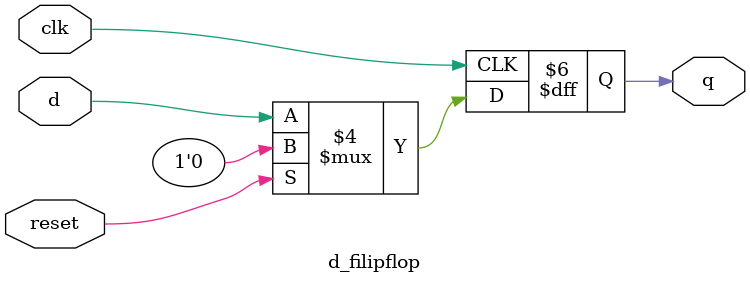
<source format=v>
`timescale 1ns / 1ps


module d_filipflop(
input d ,
input clk,
input reset,
output reg q
    );
  always  @(posedge clk)
  begin
    if (reset == 1)
        begin
            q<=0;
        end 
    else
        begin 
            q<=d;
        end
  end  
    
    
endmodule

</source>
